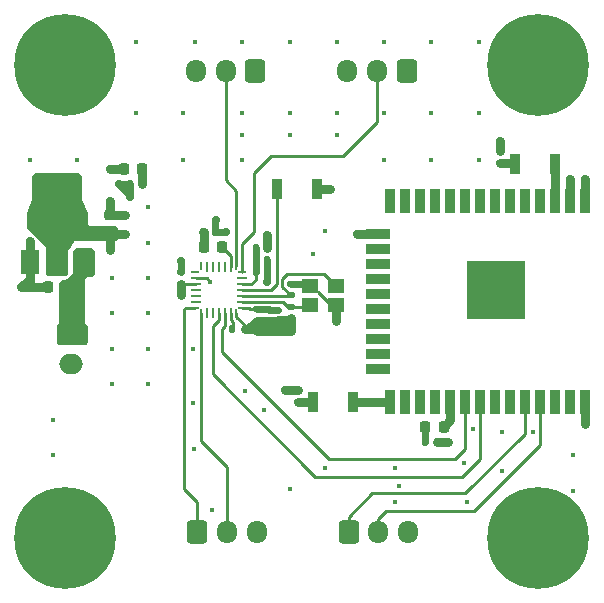
<source format=gbr>
%TF.GenerationSoftware,KiCad,Pcbnew,(6.0.7)*%
%TF.CreationDate,2023-02-10T17:06:25+01:00*%
%TF.ProjectId,STM32L0_ESP32_Breakout_Board,53544d33-324c-4305-9f45-535033325f42,rev?*%
%TF.SameCoordinates,Original*%
%TF.FileFunction,Copper,L1,Top*%
%TF.FilePolarity,Positive*%
%FSLAX46Y46*%
G04 Gerber Fmt 4.6, Leading zero omitted, Abs format (unit mm)*
G04 Created by KiCad (PCBNEW (6.0.7)) date 2023-02-10 17:06:25*
%MOMM*%
%LPD*%
G01*
G04 APERTURE LIST*
G04 Aperture macros list*
%AMRoundRect*
0 Rectangle with rounded corners*
0 $1 Rounding radius*
0 $2 $3 $4 $5 $6 $7 $8 $9 X,Y pos of 4 corners*
0 Add a 4 corners polygon primitive as box body*
4,1,4,$2,$3,$4,$5,$6,$7,$8,$9,$2,$3,0*
0 Add four circle primitives for the rounded corners*
1,1,$1+$1,$2,$3*
1,1,$1+$1,$4,$5*
1,1,$1+$1,$6,$7*
1,1,$1+$1,$8,$9*
0 Add four rect primitives between the rounded corners*
20,1,$1+$1,$2,$3,$4,$5,0*
20,1,$1+$1,$4,$5,$6,$7,0*
20,1,$1+$1,$6,$7,$8,$9,0*
20,1,$1+$1,$8,$9,$2,$3,0*%
%AMFreePoly0*
4,1,14,0.230680,0.111820,0.364320,-0.021821,0.377500,-0.053642,0.377500,-0.080000,0.364320,-0.111820,0.332500,-0.125000,-0.332500,-0.125000,-0.364320,-0.111820,-0.377500,-0.080000,-0.377500,0.080000,-0.364320,0.111820,-0.332500,0.125000,0.198860,0.125000,0.230680,0.111820,0.230680,0.111820,$1*%
%AMFreePoly1*
4,1,14,0.364320,0.111820,0.377500,0.080000,0.377501,0.053640,0.364318,0.021819,0.230680,-0.111820,0.198860,-0.125000,-0.332500,-0.125000,-0.364320,-0.111820,-0.377500,-0.080000,-0.377500,0.080000,-0.364320,0.111820,-0.332500,0.125000,0.332500,0.125000,0.364320,0.111820,0.364320,0.111820,$1*%
%AMFreePoly2*
4,1,15,0.053642,0.377500,0.080000,0.377500,0.111820,0.364320,0.125000,0.332500,0.125000,-0.332500,0.111820,-0.364320,0.080000,-0.377500,-0.080000,-0.377500,-0.111820,-0.364320,-0.125000,-0.332500,-0.125000,0.198860,-0.111820,0.230680,0.021820,0.364320,0.053640,0.377501,0.053642,0.377500,0.053642,0.377500,$1*%
%AMFreePoly3*
4,1,14,-0.021820,0.364320,0.111820,0.230679,0.125000,0.198858,0.125000,-0.332500,0.111820,-0.364320,0.080000,-0.377500,-0.080000,-0.377500,-0.111820,-0.364320,-0.125000,-0.332500,-0.125000,0.332500,-0.111820,0.364320,-0.080000,0.377500,-0.053640,0.377500,-0.021820,0.364320,-0.021820,0.364320,$1*%
%AMFreePoly4*
4,1,14,0.364320,0.111820,0.377500,0.080000,0.377500,-0.080000,0.364320,-0.111820,0.332500,-0.125000,-0.198860,-0.125001,-0.230681,-0.111818,-0.364320,0.021820,-0.377500,0.053640,-0.377500,0.080000,-0.364320,0.111820,-0.332500,0.125000,0.332500,0.125000,0.364320,0.111820,0.364320,0.111820,$1*%
%AMFreePoly5*
4,1,15,-0.198858,0.125000,0.332500,0.125000,0.364320,0.111820,0.377500,0.080000,0.377500,-0.080000,0.364320,-0.111820,0.332500,-0.125000,-0.332500,-0.125000,-0.364320,-0.111820,-0.377500,-0.080000,-0.377500,-0.053640,-0.364320,-0.021820,-0.230680,0.111820,-0.198860,0.125001,-0.198858,0.125000,-0.198858,0.125000,$1*%
%AMFreePoly6*
4,1,14,0.111820,0.364320,0.125000,0.332500,0.125001,-0.198860,0.111818,-0.230681,-0.021820,-0.364320,-0.053640,-0.377500,-0.080000,-0.377500,-0.111820,-0.364320,-0.125000,-0.332500,-0.125000,0.332500,-0.111820,0.364320,-0.080000,0.377500,0.080000,0.377500,0.111820,0.364320,0.111820,0.364320,$1*%
%AMFreePoly7*
4,1,14,0.111820,0.364320,0.125000,0.332500,0.125000,-0.332500,0.111820,-0.364320,0.080000,-0.377500,0.053640,-0.377501,0.021819,-0.364318,-0.111820,-0.230680,-0.125000,-0.198860,-0.125000,0.332500,-0.111820,0.364320,-0.080000,0.377500,0.080000,0.377500,0.111820,0.364320,0.111820,0.364320,$1*%
G04 Aperture macros list end*
%TA.AperFunction,SMDPad,CuDef*%
%ADD10RoundRect,0.140000X0.170000X-0.140000X0.170000X0.140000X-0.170000X0.140000X-0.170000X-0.140000X0*%
%TD*%
%TA.AperFunction,SMDPad,CuDef*%
%ADD11RoundRect,0.135000X0.135000X0.185000X-0.135000X0.185000X-0.135000X-0.185000X0.135000X-0.185000X0*%
%TD*%
%TA.AperFunction,SMDPad,CuDef*%
%ADD12R,1.500000X2.000000*%
%TD*%
%TA.AperFunction,SMDPad,CuDef*%
%ADD13R,3.800000X2.000000*%
%TD*%
%TA.AperFunction,SMDPad,CuDef*%
%ADD14RoundRect,0.135000X-0.135000X-0.185000X0.135000X-0.185000X0.135000X0.185000X-0.135000X0.185000X0*%
%TD*%
%TA.AperFunction,SMDPad,CuDef*%
%ADD15RoundRect,0.140000X-0.170000X0.140000X-0.170000X-0.140000X0.170000X-0.140000X0.170000X0.140000X0*%
%TD*%
%TA.AperFunction,ComponentPad*%
%ADD16C,0.900000*%
%TD*%
%TA.AperFunction,ComponentPad*%
%ADD17C,8.600000*%
%TD*%
%TA.AperFunction,SMDPad,CuDef*%
%ADD18FreePoly0,180.000000*%
%TD*%
%TA.AperFunction,SMDPad,CuDef*%
%ADD19RoundRect,0.062500X0.375000X0.062500X-0.375000X0.062500X-0.375000X-0.062500X0.375000X-0.062500X0*%
%TD*%
%TA.AperFunction,SMDPad,CuDef*%
%ADD20FreePoly1,180.000000*%
%TD*%
%TA.AperFunction,SMDPad,CuDef*%
%ADD21FreePoly2,180.000000*%
%TD*%
%TA.AperFunction,SMDPad,CuDef*%
%ADD22RoundRect,0.062500X0.062500X0.375000X-0.062500X0.375000X-0.062500X-0.375000X0.062500X-0.375000X0*%
%TD*%
%TA.AperFunction,SMDPad,CuDef*%
%ADD23FreePoly3,180.000000*%
%TD*%
%TA.AperFunction,SMDPad,CuDef*%
%ADD24FreePoly4,180.000000*%
%TD*%
%TA.AperFunction,SMDPad,CuDef*%
%ADD25FreePoly5,180.000000*%
%TD*%
%TA.AperFunction,SMDPad,CuDef*%
%ADD26FreePoly6,180.000000*%
%TD*%
%TA.AperFunction,SMDPad,CuDef*%
%ADD27FreePoly7,180.000000*%
%TD*%
%TA.AperFunction,SMDPad,CuDef*%
%ADD28RoundRect,0.218750X-0.218750X-0.256250X0.218750X-0.256250X0.218750X0.256250X-0.218750X0.256250X0*%
%TD*%
%TA.AperFunction,ComponentPad*%
%ADD29RoundRect,0.250000X0.600000X0.725000X-0.600000X0.725000X-0.600000X-0.725000X0.600000X-0.725000X0*%
%TD*%
%TA.AperFunction,ComponentPad*%
%ADD30O,1.700000X1.950000*%
%TD*%
%TA.AperFunction,SMDPad,CuDef*%
%ADD31R,1.400000X1.150000*%
%TD*%
%TA.AperFunction,SMDPad,CuDef*%
%ADD32RoundRect,0.135000X0.185000X-0.135000X0.185000X0.135000X-0.185000X0.135000X-0.185000X-0.135000X0*%
%TD*%
%TA.AperFunction,SMDPad,CuDef*%
%ADD33R,0.900000X2.000000*%
%TD*%
%TA.AperFunction,SMDPad,CuDef*%
%ADD34R,2.000000X0.900000*%
%TD*%
%TA.AperFunction,SMDPad,CuDef*%
%ADD35R,5.000000X5.000000*%
%TD*%
%TA.AperFunction,SMDPad,CuDef*%
%ADD36R,0.900000X1.700000*%
%TD*%
%TA.AperFunction,SMDPad,CuDef*%
%ADD37RoundRect,0.140000X-0.140000X-0.170000X0.140000X-0.170000X0.140000X0.170000X-0.140000X0.170000X0*%
%TD*%
%TA.AperFunction,SMDPad,CuDef*%
%ADD38RoundRect,0.225000X0.250000X-0.225000X0.250000X0.225000X-0.250000X0.225000X-0.250000X-0.225000X0*%
%TD*%
%TA.AperFunction,SMDPad,CuDef*%
%ADD39RoundRect,0.147500X-0.147500X-0.172500X0.147500X-0.172500X0.147500X0.172500X-0.147500X0.172500X0*%
%TD*%
%TA.AperFunction,ComponentPad*%
%ADD40RoundRect,0.250000X-0.750000X0.600000X-0.750000X-0.600000X0.750000X-0.600000X0.750000X0.600000X0*%
%TD*%
%TA.AperFunction,ComponentPad*%
%ADD41O,2.000000X1.700000*%
%TD*%
%TA.AperFunction,SMDPad,CuDef*%
%ADD42RoundRect,0.225000X0.225000X0.250000X-0.225000X0.250000X-0.225000X-0.250000X0.225000X-0.250000X0*%
%TD*%
%TA.AperFunction,SMDPad,CuDef*%
%ADD43RoundRect,0.218750X0.218750X0.256250X-0.218750X0.256250X-0.218750X-0.256250X0.218750X-0.256250X0*%
%TD*%
%TA.AperFunction,ComponentPad*%
%ADD44RoundRect,0.250000X-0.600000X-0.725000X0.600000X-0.725000X0.600000X0.725000X-0.600000X0.725000X0*%
%TD*%
%TA.AperFunction,ViaPad*%
%ADD45C,0.450000*%
%TD*%
%TA.AperFunction,ViaPad*%
%ADD46C,0.700000*%
%TD*%
%TA.AperFunction,Conductor*%
%ADD47C,0.800000*%
%TD*%
%TA.AperFunction,Conductor*%
%ADD48C,0.250000*%
%TD*%
%TA.AperFunction,Conductor*%
%ADD49C,0.560000*%
%TD*%
G04 APERTURE END LIST*
D10*
%TO.P,C8,1*%
%TO.N,HSE_OUT*%
X134100000Y-98480000D03*
%TO.P,C8,2*%
%TO.N,GND*%
X134100000Y-97520000D03*
%TD*%
D11*
%TO.P,R1,1*%
%TO.N,Net-(D1-Pad1)*%
X121502500Y-89060000D03*
%TO.P,R1,2*%
%TO.N,GND*%
X120482500Y-89060000D03*
%TD*%
D12*
%TO.P,U1,1,GND*%
%TO.N,GND*%
X112000000Y-95650000D03*
D13*
%TO.P,U1,2,VO*%
%TO.N,+3.3V*%
X114300000Y-89350000D03*
D12*
X114300000Y-95650000D03*
%TO.P,U1,3,VI*%
%TO.N,VCC*%
X116600000Y-95650000D03*
%TD*%
D14*
%TO.P,R2,1*%
%TO.N,BOOT0*%
X129165000Y-101300000D03*
%TO.P,R2,2*%
%TO.N,GND*%
X130185000Y-101300000D03*
%TD*%
D15*
%TO.P,C3,1*%
%TO.N,+3.3V*%
X132200000Y-99645000D03*
%TO.P,C3,2*%
%TO.N,GND*%
X132200000Y-100605000D03*
%TD*%
D16*
%TO.P,H4,1,1*%
%TO.N,GND*%
X117280419Y-116719581D03*
X115000000Y-115775000D03*
X111775000Y-119000000D03*
X112719581Y-116719581D03*
X118225000Y-119000000D03*
X115000000Y-122225000D03*
X112719581Y-121280419D03*
X117280419Y-121280419D03*
D17*
X115000000Y-119000000D03*
%TD*%
D18*
%TO.P,U2,1,VDD*%
%TO.N,+3.3V*%
X129997500Y-99500000D03*
D19*
%TO.P,U2,2,PC14*%
%TO.N,HSE_IN*%
X129937500Y-99000000D03*
%TO.P,U2,3,PC15*%
%TO.N,HSE_OUT*%
X129937500Y-98500000D03*
%TO.P,U2,4,NRST*%
%TO.N,NRST*%
X129937500Y-98000000D03*
%TO.P,U2,5,VDDA*%
%TO.N,+3.3VA*%
X129937500Y-97500000D03*
%TO.P,U2,6,PA0*%
%TO.N,unconnected-(U2-Pad6)*%
X129937500Y-97000000D03*
D20*
%TO.P,U2,7,PA1*%
%TO.N,ADC*%
X129997500Y-96500000D03*
D21*
%TO.P,U2,8,PA2*%
%TO.N,PWM*%
X129500000Y-96002500D03*
D22*
%TO.P,U2,9,PA3*%
%TO.N,STM_USR_LED*%
X129000000Y-96062500D03*
%TO.P,U2,10,PA4*%
%TO.N,unconnected-(U2-Pad10)*%
X128500000Y-96062500D03*
%TO.P,U2,11,PA5*%
%TO.N,unconnected-(U2-Pad11)*%
X128000000Y-96062500D03*
%TO.P,U2,12,PA6*%
%TO.N,unconnected-(U2-Pad12)*%
X127500000Y-96062500D03*
%TO.P,U2,13,PA7*%
%TO.N,unconnected-(U2-Pad13)*%
X127000000Y-96062500D03*
D23*
%TO.P,U2,14,PB0*%
%TO.N,unconnected-(U2-Pad14)*%
X126500000Y-96002500D03*
D24*
%TO.P,U2,15,PB1*%
%TO.N,unconnected-(U2-Pad15)*%
X126002500Y-96500000D03*
D19*
%TO.P,U2,16,VSS*%
%TO.N,GND*%
X126062500Y-97000000D03*
%TO.P,U2,17,VDD*%
%TO.N,+3.3V*%
X126062500Y-97500000D03*
%TO.P,U2,18,PA8*%
%TO.N,unconnected-(U2-Pad18)*%
X126062500Y-98000000D03*
%TO.P,U2,19,PA9*%
%TO.N,unconnected-(U2-Pad19)*%
X126062500Y-98500000D03*
%TO.P,U2,20,PA10*%
%TO.N,unconnected-(U2-Pad20)*%
X126062500Y-99000000D03*
D25*
%TO.P,U2,21,PA13*%
%TO.N,SWDIO*%
X126002500Y-99500000D03*
D26*
%TO.P,U2,22,PA14*%
%TO.N,SWDCLK*%
X126500000Y-99997500D03*
D22*
%TO.P,U2,23,PA15*%
%TO.N,unconnected-(U2-Pad23)*%
X127000000Y-99937500D03*
%TO.P,U2,24,PB3*%
%TO.N,unconnected-(U2-Pad24)*%
X127500000Y-99937500D03*
%TO.P,U2,25,PB6*%
%TO.N,UART_TX*%
X128000000Y-99937500D03*
%TO.P,U2,26,PB7*%
%TO.N,UART_RX*%
X128500000Y-99937500D03*
%TO.P,U2,27,BOOT0*%
%TO.N,BOOT0*%
X129000000Y-99937500D03*
D27*
%TO.P,U2,28,VSS*%
%TO.N,GND*%
X129500000Y-99997500D03*
%TD*%
D28*
%TO.P,D2,1,K*%
%TO.N,Net-(D2-Pad1)*%
X126712500Y-94400000D03*
%TO.P,D2,2,A*%
%TO.N,STM_USR_LED*%
X128287500Y-94400000D03*
%TD*%
%TO.P,D3,1,K*%
%TO.N,Net-(D3-Pad1)*%
X145457500Y-109600000D03*
%TO.P,D3,2,A*%
%TO.N,ESP_USR_LED*%
X147032500Y-109600000D03*
%TD*%
D29*
%TO.P,J3,1,Pin_1*%
%TO.N,+3.3V*%
X131100000Y-79450000D03*
D30*
%TO.P,J3,2,Pin_2*%
%TO.N,PWM*%
X128600000Y-79450000D03*
%TO.P,J3,3,Pin_3*%
%TO.N,GND*%
X126100000Y-79450000D03*
%TD*%
D31*
%TO.P,X1,1,1*%
%TO.N,HSE_IN*%
X135700000Y-99300000D03*
%TO.P,X1,2,2*%
%TO.N,GND*%
X137900000Y-99300000D03*
%TO.P,X1,3,3*%
%TO.N,HSE_OUT*%
X137900000Y-97700000D03*
%TO.P,X1,4,4*%
%TO.N,GND*%
X135700000Y-97700000D03*
%TD*%
D32*
%TO.P,R3,1*%
%TO.N,Net-(R3-Pad1)*%
X134675000Y-107510000D03*
%TO.P,R3,2*%
%TO.N,GND*%
X134675000Y-106490000D03*
%TD*%
D33*
%TO.P,U3,1,GND*%
%TO.N,GND*%
X159005000Y-90500000D03*
%TO.P,U3,2,VDD*%
%TO.N,+3.3V*%
X157735000Y-90500000D03*
%TO.P,U3,3,EN*%
%TO.N,EN*%
X156465000Y-90500000D03*
%TO.P,U3,4,SENSOR_VP*%
%TO.N,unconnected-(U3-Pad4)*%
X155195000Y-90500000D03*
%TO.P,U3,5,SENSOR_VN*%
%TO.N,unconnected-(U3-Pad5)*%
X153925000Y-90500000D03*
%TO.P,U3,6,IO34*%
%TO.N,unconnected-(U3-Pad6)*%
X152655000Y-90500000D03*
%TO.P,U3,7,IO35*%
%TO.N,unconnected-(U3-Pad7)*%
X151385000Y-90500000D03*
%TO.P,U3,8,IO32*%
%TO.N,unconnected-(U3-Pad8)*%
X150115000Y-90500000D03*
%TO.P,U3,9,IO33*%
%TO.N,unconnected-(U3-Pad9)*%
X148845000Y-90500000D03*
%TO.P,U3,10,IO25*%
%TO.N,unconnected-(U3-Pad10)*%
X147575000Y-90500000D03*
%TO.P,U3,11,IO26*%
%TO.N,unconnected-(U3-Pad11)*%
X146305000Y-90500000D03*
%TO.P,U3,12,IO27*%
%TO.N,unconnected-(U3-Pad12)*%
X145035000Y-90500000D03*
%TO.P,U3,13,IO14*%
%TO.N,unconnected-(U3-Pad13)*%
X143765000Y-90500000D03*
%TO.P,U3,14,IO12*%
%TO.N,unconnected-(U3-Pad14)*%
X142495000Y-90500000D03*
D34*
%TO.P,U3,15,GND*%
%TO.N,GND*%
X141495000Y-93285000D03*
%TO.P,U3,16,IO13*%
%TO.N,unconnected-(U3-Pad16)*%
X141495000Y-94555000D03*
%TO.P,U3,17,SHD/SD2*%
%TO.N,unconnected-(U3-Pad17)*%
X141495000Y-95825000D03*
%TO.P,U3,18,SWP/SD3*%
%TO.N,unconnected-(U3-Pad18)*%
X141495000Y-97095000D03*
%TO.P,U3,19,SCS/CMD*%
%TO.N,unconnected-(U3-Pad19)*%
X141495000Y-98365000D03*
%TO.P,U3,20,SCK/CLK*%
%TO.N,unconnected-(U3-Pad20)*%
X141495000Y-99635000D03*
%TO.P,U3,21,SDO/SD0*%
%TO.N,unconnected-(U3-Pad21)*%
X141495000Y-100905000D03*
%TO.P,U3,22,SDI/SD1*%
%TO.N,unconnected-(U3-Pad22)*%
X141495000Y-102175000D03*
%TO.P,U3,23,IO15*%
%TO.N,unconnected-(U3-Pad23)*%
X141495000Y-103445000D03*
%TO.P,U3,24,IO2*%
%TO.N,unconnected-(U3-Pad24)*%
X141495000Y-104715000D03*
D33*
%TO.P,U3,25,IO0*%
%TO.N,IO0*%
X142495000Y-107500000D03*
%TO.P,U3,26,IO4*%
%TO.N,unconnected-(U3-Pad26)*%
X143765000Y-107500000D03*
%TO.P,U3,27,IO16*%
%TO.N,unconnected-(U3-Pad27)*%
X145035000Y-107500000D03*
%TO.P,U3,28,IO17*%
%TO.N,unconnected-(U3-Pad28)*%
X146305000Y-107500000D03*
%TO.P,U3,29,IO5*%
%TO.N,ESP_USR_LED*%
X147575000Y-107500000D03*
%TO.P,U3,30,IO18*%
%TO.N,UART_RX*%
X148845000Y-107500000D03*
%TO.P,U3,31,IO19*%
%TO.N,UART_TX*%
X150115000Y-107500000D03*
%TO.P,U3,32,NC*%
%TO.N,unconnected-(U3-Pad32)*%
X151385000Y-107500000D03*
%TO.P,U3,33,IO21*%
%TO.N,unconnected-(U3-Pad33)*%
X152655000Y-107500000D03*
%TO.P,U3,34,RXD0/IO3*%
%TO.N,Prog_RX*%
X153925000Y-107500000D03*
%TO.P,U3,35,TXD0/IO1*%
%TO.N,Prog_TX*%
X155195000Y-107500000D03*
%TO.P,U3,36,IO22*%
%TO.N,unconnected-(U3-Pad36)*%
X156465000Y-107500000D03*
%TO.P,U3,37,IO23*%
%TO.N,unconnected-(U3-Pad37)*%
X157735000Y-107500000D03*
%TO.P,U3,38,GND*%
%TO.N,GND*%
X159005000Y-107500000D03*
D35*
%TO.P,U3,39,GND*%
X151505000Y-98000000D03*
%TD*%
D10*
%TO.P,C5,1*%
%TO.N,+3.3V*%
X124800000Y-97480000D03*
%TO.P,C5,2*%
%TO.N,GND*%
X124800000Y-96520000D03*
%TD*%
D14*
%TO.P,R4,1*%
%TO.N,Net-(D2-Pad1)*%
X126690000Y-93100000D03*
%TO.P,R4,2*%
%TO.N,GND*%
X127710000Y-93100000D03*
%TD*%
D36*
%TO.P,SW1,1,A*%
%TO.N,NRST*%
X132900000Y-89500000D03*
%TO.P,SW1,2,B*%
%TO.N,GND*%
X136300000Y-89500000D03*
%TD*%
D15*
%TO.P,C4,1*%
%TO.N,+3.3V*%
X131200000Y-99645000D03*
%TO.P,C4,2*%
%TO.N,GND*%
X131200000Y-100605000D03*
%TD*%
D32*
%TO.P,R5,1*%
%TO.N,Net-(R5-Pad1)*%
X151790000Y-87300000D03*
%TO.P,R5,2*%
%TO.N,GND*%
X151790000Y-86280000D03*
%TD*%
D37*
%TO.P,C7,1*%
%TO.N,+3.3VA*%
X131120000Y-95500000D03*
%TO.P,C7,2*%
%TO.N,GND*%
X132080000Y-95500000D03*
%TD*%
D14*
%TO.P,R6,1*%
%TO.N,Net-(D3-Pad1)*%
X145435000Y-110900000D03*
%TO.P,R6,2*%
%TO.N,GND*%
X146455000Y-110900000D03*
%TD*%
D38*
%TO.P,C2,1*%
%TO.N,+3.3V*%
X118800000Y-93250000D03*
%TO.P,C2,2*%
%TO.N,GND*%
X118800000Y-91700000D03*
%TD*%
D36*
%TO.P,SW2,1,A*%
%TO.N,IO0*%
X139350000Y-107500000D03*
%TO.P,SW2,2,B*%
%TO.N,Net-(R3-Pad1)*%
X135950000Y-107500000D03*
%TD*%
D29*
%TO.P,J4,1,Pin_1*%
%TO.N,+3.3V*%
X143900000Y-79450000D03*
D30*
%TO.P,J4,2,Pin_2*%
%TO.N,ADC*%
X141400000Y-79450000D03*
%TO.P,J4,3,Pin_3*%
%TO.N,GND*%
X138900000Y-79450000D03*
%TD*%
D16*
%TO.P,H1,1,1*%
%TO.N,GND*%
X118225000Y-79000000D03*
X117280419Y-76719581D03*
X115000000Y-82225000D03*
X112719581Y-81280419D03*
X115000000Y-75775000D03*
X117280419Y-81280419D03*
X112719581Y-76719581D03*
D17*
X115000000Y-79000000D03*
D16*
X111775000Y-79000000D03*
%TD*%
D39*
%TO.P,FB1,1*%
%TO.N,+3.3VA*%
X131115000Y-94500000D03*
%TO.P,FB1,2*%
%TO.N,+3.3V*%
X132085000Y-94500000D03*
%TD*%
D17*
%TO.P,H3,1,1*%
%TO.N,GND*%
X155000000Y-119000000D03*
D16*
X155000000Y-122225000D03*
X151775000Y-119000000D03*
X152719581Y-121280419D03*
X158225000Y-119000000D03*
X155000000Y-115775000D03*
X152719581Y-116719581D03*
X157280419Y-121280419D03*
X157280419Y-116719581D03*
%TD*%
%TO.P,H2,1,1*%
%TO.N,GND*%
X152719581Y-81280419D03*
X157280419Y-76719581D03*
X158225000Y-79000000D03*
X157280419Y-81280419D03*
X152719581Y-76719581D03*
X151775000Y-79000000D03*
X155000000Y-82225000D03*
D17*
X155000000Y-79000000D03*
D16*
X155000000Y-75775000D03*
%TD*%
D40*
%TO.P,J1,1,Pin_1*%
%TO.N,VCC*%
X115450000Y-101750000D03*
D41*
%TO.P,J1,2,Pin_2*%
%TO.N,GND*%
X115450000Y-104250000D03*
%TD*%
D15*
%TO.P,C9,1*%
%TO.N,HSE_IN*%
X134100000Y-99420000D03*
%TO.P,C9,2*%
%TO.N,GND*%
X134100000Y-100380000D03*
%TD*%
D42*
%TO.P,C1,1*%
%TO.N,VCC*%
X115075000Y-97800000D03*
%TO.P,C1,2*%
%TO.N,GND*%
X113525000Y-97800000D03*
%TD*%
D36*
%TO.P,SW3,1,A*%
%TO.N,EN*%
X156470000Y-87340000D03*
%TO.P,SW3,2,B*%
%TO.N,Net-(R5-Pad1)*%
X153070000Y-87340000D03*
%TD*%
D43*
%TO.P,D1,1,K*%
%TO.N,Net-(D1-Pad1)*%
X121530000Y-87735000D03*
%TO.P,D1,2,A*%
%TO.N,+3.3V*%
X119955000Y-87735000D03*
%TD*%
D44*
%TO.P,J5,1,Pin_1*%
%TO.N,Prog_RX*%
X139000000Y-118500000D03*
D30*
%TO.P,J5,2,Pin_2*%
%TO.N,Prog_TX*%
X141500000Y-118500000D03*
%TO.P,J5,3,Pin_3*%
%TO.N,GND*%
X144000000Y-118500000D03*
%TD*%
D44*
%TO.P,J2,1,Pin_1*%
%TO.N,SWDIO*%
X126200000Y-118500000D03*
D30*
%TO.P,J2,2,Pin_2*%
%TO.N,SWDCLK*%
X128700000Y-118500000D03*
%TO.P,J2,3,Pin_3*%
%TO.N,GND*%
X131200000Y-118500000D03*
%TD*%
D37*
%TO.P,C6,1*%
%TO.N,+3.3VA*%
X131120000Y-96500000D03*
%TO.P,C6,2*%
%TO.N,GND*%
X132080000Y-96500000D03*
%TD*%
D45*
%TO.N,GND*%
X122000000Y-91000000D03*
X149500000Y-96000000D03*
X125800000Y-107600000D03*
X127400000Y-116600000D03*
X136000000Y-95000000D03*
X153500000Y-100000000D03*
X122000000Y-100000000D03*
X137000000Y-93000000D03*
X146000000Y-77000000D03*
X119000000Y-100000000D03*
D46*
X159000000Y-109400000D03*
D45*
X137000000Y-113100000D03*
X126000000Y-77000000D03*
X142000000Y-87000000D03*
X122000000Y-94000000D03*
D46*
X137960000Y-100680000D03*
D45*
X138000000Y-77000000D03*
X130200000Y-106600000D03*
D46*
X120100000Y-91700000D03*
X151800000Y-85370000D03*
D45*
X142000000Y-77000000D03*
X125000000Y-83000000D03*
X142000000Y-83000000D03*
X116000000Y-87000000D03*
X151500000Y-98000000D03*
X119000000Y-97000000D03*
D46*
X119517500Y-89035000D03*
D45*
X149000000Y-116000000D03*
X152000000Y-110000000D03*
D46*
X128600000Y-93100000D03*
D45*
X153500000Y-96000000D03*
D46*
X112200000Y-97800000D03*
D45*
X138000000Y-83000000D03*
X121000000Y-83000000D03*
X148800000Y-112700000D03*
D46*
X132200000Y-101475000D03*
D45*
X122000000Y-103000000D03*
X119000000Y-103000000D03*
D46*
X147400000Y-110900000D03*
D45*
X114000000Y-109000000D03*
D46*
X133125000Y-100575000D03*
D45*
X112000000Y-87000000D03*
D46*
X131225000Y-101475000D03*
D45*
X121000000Y-77000000D03*
D46*
X118800000Y-90500000D03*
X111300000Y-97800000D03*
D45*
X122000000Y-106000000D03*
X146000000Y-83000000D03*
X125000000Y-87000000D03*
X149500000Y-98000000D03*
D46*
X133600000Y-106500000D03*
X120517500Y-90135000D03*
D45*
X158000000Y-112000000D03*
X131800000Y-108200000D03*
X150000000Y-83000000D03*
X134000000Y-83000000D03*
D46*
X134100000Y-101475000D03*
D45*
X150000000Y-87000000D03*
X151500000Y-96000000D03*
X130000000Y-87000000D03*
X130000000Y-83000000D03*
D46*
X112000000Y-93900000D03*
D45*
X130000000Y-84900000D03*
X154600000Y-110000000D03*
X146000000Y-87000000D03*
D46*
X159000000Y-88600000D03*
D45*
X142900000Y-113100000D03*
D46*
X133125000Y-101475000D03*
D45*
X134000000Y-114900000D03*
X142900000Y-116000000D03*
X138000000Y-84900000D03*
X151500000Y-100000000D03*
X134000000Y-77000000D03*
X125900000Y-111500000D03*
X127300000Y-97300000D03*
X122000000Y-97000000D03*
X114000000Y-112000000D03*
X130000000Y-77000000D03*
X134000000Y-84900000D03*
X153500000Y-98000000D03*
X149500000Y-109800000D03*
X143300000Y-114600000D03*
D46*
X132073056Y-97325500D03*
X139700000Y-93300000D03*
D45*
X158000000Y-115000000D03*
D46*
X127800000Y-92100000D03*
D45*
X119000000Y-106000000D03*
X152000000Y-113300000D03*
X125800000Y-103000000D03*
D46*
X137400000Y-89500000D03*
D45*
X150000000Y-77000000D03*
D46*
X124800000Y-95600000D03*
D45*
X149500000Y-100000000D03*
D46*
%TO.N,+3.3V*%
X112400000Y-91500000D03*
X120100000Y-93250000D03*
X114300000Y-93950000D03*
X118800000Y-94600000D03*
X116200000Y-91500000D03*
X124800000Y-98400000D03*
X132100000Y-93400000D03*
X157750000Y-88600000D03*
D45*
X133005000Y-99700000D03*
D46*
X118817500Y-87735000D03*
%TD*%
D47*
%TO.N,GND*%
X159005000Y-90500000D02*
X159005000Y-88605000D01*
D48*
X129500000Y-99997500D02*
X129500000Y-100300000D01*
D47*
X146455000Y-110900000D02*
X147400000Y-110900000D01*
D48*
X130185000Y-100985000D02*
X130185000Y-101300000D01*
D47*
X136300000Y-89500000D02*
X137400000Y-89500000D01*
X132200000Y-100605000D02*
X133095000Y-100605000D01*
X131200000Y-100605000D02*
X132200000Y-100605000D01*
D49*
X124800000Y-96520000D02*
X124800000Y-95600000D01*
D48*
X126062500Y-97000000D02*
X127000000Y-97000000D01*
X127000000Y-97000000D02*
X127300000Y-97300000D01*
D47*
X131225000Y-101475000D02*
X131225000Y-100630000D01*
X133125000Y-100575000D02*
X133905000Y-100575000D01*
X134675000Y-106490000D02*
X133610000Y-106490000D01*
X112000000Y-95650000D02*
X112000000Y-93900000D01*
D49*
X120482500Y-89060000D02*
X120482500Y-90100000D01*
X127710000Y-93100000D02*
X127710000Y-92190000D01*
X127710000Y-93100000D02*
X128600000Y-93100000D01*
D47*
X112000000Y-97600000D02*
X112200000Y-97800000D01*
X132200000Y-101475000D02*
X133125000Y-101475000D01*
X133125000Y-100575000D02*
X133125000Y-101475000D01*
X130505000Y-101300000D02*
X131200000Y-100605000D01*
X133125000Y-101475000D02*
X134100000Y-101475000D01*
X131225000Y-100630000D02*
X131200000Y-100605000D01*
D49*
X135520000Y-97520000D02*
X135700000Y-97700000D01*
D47*
X151790000Y-86280000D02*
X151790000Y-85380000D01*
X131225000Y-101475000D02*
X132200000Y-101475000D01*
X133100000Y-100575000D02*
X132200000Y-101475000D01*
X141495000Y-93285000D02*
X139715000Y-93285000D01*
D48*
X137525000Y-99300000D02*
X136400000Y-98175000D01*
D47*
X159005000Y-109395000D02*
X159000000Y-109400000D01*
D49*
X120457500Y-89035000D02*
X120482500Y-89060000D01*
D47*
X133095000Y-100605000D02*
X133125000Y-100575000D01*
X113525000Y-97800000D02*
X112200000Y-97800000D01*
X112000000Y-95650000D02*
X112000000Y-97600000D01*
X134100000Y-100380000D02*
X134100000Y-101475000D01*
X137960000Y-100680000D02*
X137960000Y-99360000D01*
X132200000Y-101475000D02*
X132200000Y-100605000D01*
X159005000Y-88605000D02*
X159000000Y-88600000D01*
X132200000Y-100605000D02*
X132095000Y-100605000D01*
X112000000Y-95650000D02*
X112000000Y-97100000D01*
X130185000Y-101300000D02*
X130505000Y-101300000D01*
D48*
X137900000Y-99300000D02*
X137525000Y-99300000D01*
D47*
X133905000Y-100575000D02*
X134100000Y-100380000D01*
X118800000Y-91700000D02*
X118800000Y-90500000D01*
D49*
X119517500Y-89035000D02*
X120457500Y-89035000D01*
X132080000Y-96500000D02*
X132080000Y-97318556D01*
X134100000Y-97520000D02*
X135520000Y-97520000D01*
D47*
X133125000Y-100575000D02*
X133200000Y-100575000D01*
X112200000Y-97800000D02*
X111300000Y-97800000D01*
X132095000Y-100605000D02*
X131225000Y-101475000D01*
D49*
X132080000Y-97318556D02*
X132073056Y-97325500D01*
X127710000Y-92190000D02*
X127800000Y-92100000D01*
D47*
X159005000Y-107500000D02*
X159005000Y-109395000D01*
X118800000Y-91700000D02*
X120100000Y-91700000D01*
X133125000Y-100575000D02*
X133100000Y-100575000D01*
D49*
X120482500Y-90100000D02*
X120517500Y-90135000D01*
X120517500Y-90135000D02*
X120517500Y-90035000D01*
D47*
X137960000Y-99360000D02*
X137900000Y-99300000D01*
D49*
X132080000Y-95500000D02*
X132080000Y-96500000D01*
D47*
X139715000Y-93285000D02*
X139700000Y-93300000D01*
D48*
X129500000Y-100300000D02*
X130185000Y-100985000D01*
D47*
X151790000Y-85380000D02*
X151800000Y-85370000D01*
X112000000Y-97100000D02*
X111300000Y-97800000D01*
X131050000Y-101300000D02*
X131225000Y-101475000D01*
X130185000Y-101300000D02*
X131050000Y-101300000D01*
X133610000Y-106490000D02*
X133600000Y-106500000D01*
D49*
X120517500Y-90035000D02*
X119517500Y-89035000D01*
D47*
X133200000Y-100575000D02*
X134100000Y-101475000D01*
%TO.N,+3.3V*%
X132085000Y-93415000D02*
X132100000Y-93400000D01*
D49*
X132255000Y-99700000D02*
X133005000Y-99700000D01*
D47*
X157735000Y-90500000D02*
X157735000Y-88615000D01*
D48*
X130675000Y-99650000D02*
X131195000Y-99650000D01*
D49*
X132200000Y-99645000D02*
X132255000Y-99700000D01*
D48*
X131195000Y-99650000D02*
X131200000Y-99645000D01*
X126062500Y-97500000D02*
X124820000Y-97500000D01*
X130525000Y-99500000D02*
X130675000Y-99650000D01*
D47*
X118800000Y-93250000D02*
X120100000Y-93250000D01*
X118800000Y-93250000D02*
X118800000Y-94600000D01*
D48*
X124820000Y-97500000D02*
X124800000Y-97480000D01*
D47*
X157735000Y-88615000D02*
X157750000Y-88600000D01*
D49*
X132200000Y-99645000D02*
X131200000Y-99645000D01*
D47*
X124800000Y-98400000D02*
X124800000Y-97480000D01*
D48*
X129997500Y-99500000D02*
X130525000Y-99500000D01*
D47*
X132085000Y-94500000D02*
X132085000Y-93415000D01*
X119955000Y-87735000D02*
X118817500Y-87735000D01*
D48*
%TO.N,HSE_OUT*%
X133750000Y-96675000D02*
X133375000Y-97050000D01*
X137900000Y-97700000D02*
X136875000Y-96675000D01*
X134080000Y-98500000D02*
X134100000Y-98480000D01*
X136875000Y-96675000D02*
X133750000Y-96675000D01*
X133375000Y-97762609D02*
X134092391Y-98480000D01*
X133375000Y-97050000D02*
X133375000Y-97762609D01*
X129937500Y-98500000D02*
X134080000Y-98500000D01*
X134092391Y-98480000D02*
X134100000Y-98480000D01*
%TO.N,HSE_IN*%
X133870000Y-99420000D02*
X133450000Y-99000000D01*
X135580000Y-99420000D02*
X135700000Y-99300000D01*
X133450000Y-99000000D02*
X129937500Y-99000000D01*
X134100000Y-99420000D02*
X135580000Y-99420000D01*
X134100000Y-99420000D02*
X133870000Y-99420000D01*
D47*
%TO.N,Net-(D1-Pad1)*%
X121530000Y-89032500D02*
X121502500Y-89060000D01*
X121530000Y-87735000D02*
X121530000Y-89032500D01*
%TO.N,Net-(D2-Pad1)*%
X126712500Y-93122500D02*
X126690000Y-93100000D01*
X126712500Y-94400000D02*
X126712500Y-93122500D01*
D48*
%TO.N,STM_USR_LED*%
X129000000Y-96062500D02*
X129000000Y-95112500D01*
X129000000Y-95112500D02*
X128287500Y-94400000D01*
D49*
%TO.N,Net-(D3-Pad1)*%
X145435000Y-109622500D02*
X145457500Y-109600000D01*
X145435000Y-110900000D02*
X145435000Y-109622500D01*
D47*
%TO.N,ESP_USR_LED*%
X147575000Y-107500000D02*
X147575000Y-109057500D01*
X147575000Y-109057500D02*
X147032500Y-109600000D01*
D48*
%TO.N,SWDIO*%
X125075000Y-114875000D02*
X126200000Y-116000000D01*
X126002500Y-99500000D02*
X125200000Y-99500000D01*
X125200000Y-99500000D02*
X125075000Y-99625000D01*
X125075000Y-99625000D02*
X125075000Y-114875000D01*
X126200000Y-116000000D02*
X126200000Y-118500000D01*
%TO.N,SWDCLK*%
X128700000Y-113000000D02*
X128700000Y-118500000D01*
X126500000Y-99997500D02*
X126500000Y-110800000D01*
X126500000Y-110800000D02*
X128700000Y-113000000D01*
%TO.N,ADC*%
X141400000Y-83800000D02*
X141400000Y-79450000D01*
X131000000Y-88100000D02*
X132400000Y-86700000D01*
X131000000Y-93100000D02*
X131000000Y-88100000D01*
X129997500Y-94102500D02*
X131000000Y-93100000D01*
X138500000Y-86700000D02*
X141400000Y-83800000D01*
X132400000Y-86700000D02*
X138500000Y-86700000D01*
X129997500Y-96500000D02*
X129997500Y-94102500D01*
%TO.N,PWM*%
X129500000Y-96002500D02*
X129500000Y-89600000D01*
X128600000Y-88700000D02*
X128600000Y-79450000D01*
X129500000Y-89600000D02*
X128600000Y-88700000D01*
%TO.N,Prog_TX*%
X155195000Y-111105000D02*
X149600000Y-116700000D01*
X155195000Y-107500000D02*
X155195000Y-111105000D01*
X141500000Y-117400000D02*
X141500000Y-118500000D01*
X149600000Y-116700000D02*
X142200000Y-116700000D01*
X142200000Y-116700000D02*
X141500000Y-117400000D01*
%TO.N,Prog_RX*%
X153925000Y-110175000D02*
X148875000Y-115225000D01*
X153925000Y-107500000D02*
X153925000Y-110175000D01*
X140975000Y-115225000D02*
X139000000Y-117200000D01*
X139000000Y-117200000D02*
X139000000Y-118500000D01*
X148875000Y-115225000D02*
X140975000Y-115225000D01*
%TO.N,BOOT0*%
X129000000Y-100575000D02*
X129175000Y-100750000D01*
X129175000Y-100750000D02*
X129175000Y-101290000D01*
X129000000Y-99937500D02*
X129000000Y-100575000D01*
X129175000Y-101290000D02*
X129165000Y-101300000D01*
D47*
%TO.N,Net-(R3-Pad1)*%
X134675000Y-107510000D02*
X135940000Y-107510000D01*
X135940000Y-107510000D02*
X135950000Y-107500000D01*
%TO.N,Net-(R5-Pad1)*%
X151790000Y-87300000D02*
X153060000Y-87300000D01*
X153060000Y-87300000D02*
X153100000Y-87340000D01*
D48*
%TO.N,NRST*%
X132900000Y-97500000D02*
X132900000Y-89500000D01*
X129937500Y-98000000D02*
X132400000Y-98000000D01*
X132400000Y-98000000D02*
X132900000Y-97500000D01*
D47*
%TO.N,IO0*%
X139350000Y-107500000D02*
X142495000Y-107500000D01*
%TO.N,EN*%
X156465000Y-87375000D02*
X156500000Y-87340000D01*
X156465000Y-90500000D02*
X156465000Y-87375000D01*
D48*
%TO.N,UART_TX*%
X150115000Y-112285000D02*
X150115000Y-107500000D01*
X127475000Y-101075000D02*
X127475000Y-105150000D01*
X136150000Y-113825000D02*
X148575000Y-113825000D01*
X148575000Y-113825000D02*
X150115000Y-112285000D01*
X127475000Y-105150000D02*
X136150000Y-113825000D01*
X128000000Y-99937500D02*
X128000000Y-100550000D01*
X128000000Y-100550000D02*
X127475000Y-101075000D01*
%TO.N,UART_RX*%
X128275000Y-103275000D02*
X128275000Y-101275000D01*
X128275000Y-101275000D02*
X128500000Y-101050000D01*
X137325000Y-112325000D02*
X128275000Y-103275000D01*
X148845000Y-107500000D02*
X148845000Y-111505000D01*
X128500000Y-101050000D02*
X128500000Y-99937500D01*
X148025000Y-112325000D02*
X137325000Y-112325000D01*
X148845000Y-111505000D02*
X148025000Y-112325000D01*
%TO.N,+3.3VA*%
X129937500Y-97500000D02*
X130750000Y-97500000D01*
D49*
X131115000Y-94500000D02*
X131115000Y-95495000D01*
X131120000Y-95500000D02*
X131120000Y-96500000D01*
X131115000Y-95495000D02*
X131120000Y-95500000D01*
D48*
X131120000Y-97130000D02*
X131120000Y-96500000D01*
X130750000Y-97500000D02*
X131120000Y-97130000D01*
%TD*%
%TA.AperFunction,Conductor*%
%TO.N,+3.3V*%
G36*
X116205931Y-88160002D02*
G01*
X116226905Y-88176905D01*
X116363095Y-88313095D01*
X116397121Y-88375407D01*
X116400000Y-88402190D01*
X116400000Y-90360000D01*
X116405515Y-90372219D01*
X116898845Y-91465284D01*
X116910000Y-91517117D01*
X116910000Y-92400000D01*
X117100000Y-92600000D01*
X119233122Y-92600000D01*
X119301243Y-92620002D01*
X119315477Y-92630639D01*
X119456357Y-92752308D01*
X119494838Y-92811970D01*
X119500000Y-92847667D01*
X119500000Y-93642590D01*
X119479998Y-93710711D01*
X119456679Y-93737670D01*
X119305558Y-93869080D01*
X119241029Y-93898686D01*
X119222879Y-93900000D01*
X115780000Y-93900000D01*
X115772992Y-93909917D01*
X115772990Y-93909919D01*
X115456265Y-94358115D01*
X115250000Y-94650000D01*
X115250000Y-96599692D01*
X115229998Y-96667813D01*
X115215356Y-96686467D01*
X115097255Y-96810784D01*
X115035837Y-96846394D01*
X115005907Y-96850000D01*
X113592190Y-96850000D01*
X113524069Y-96829998D01*
X113503095Y-96813095D01*
X113386905Y-96696905D01*
X113352879Y-96634593D01*
X113350000Y-96607810D01*
X113350000Y-94340000D01*
X113342673Y-94333162D01*
X113342673Y-94333161D01*
X113201575Y-94201470D01*
X113198452Y-94198452D01*
X113000000Y-94000000D01*
X112531762Y-93551687D01*
X112528312Y-93548254D01*
X112240081Y-93250084D01*
X112239779Y-93249770D01*
X112000998Y-93001039D01*
X112000986Y-93001027D01*
X112000000Y-93000000D01*
X111868260Y-92874847D01*
X111839218Y-92847257D01*
X111803606Y-92785837D01*
X111800000Y-92755907D01*
X111800000Y-91521289D01*
X111806993Y-91479895D01*
X112196528Y-90359983D01*
X112196528Y-90359981D01*
X112200000Y-90350000D01*
X112200000Y-88400400D01*
X112220002Y-88332279D01*
X112234759Y-88313503D01*
X112362759Y-88179103D01*
X112424223Y-88143569D01*
X112454000Y-88140000D01*
X116137810Y-88140000D01*
X116205931Y-88160002D01*
G37*
%TD.AperFunction*%
%TD*%
%TA.AperFunction,Conductor*%
%TO.N,VCC*%
G36*
X117307721Y-94520002D02*
G01*
X117326497Y-94534759D01*
X117460897Y-94662759D01*
X117496431Y-94724223D01*
X117500000Y-94754000D01*
X117500000Y-96651288D01*
X117479998Y-96719409D01*
X117467239Y-96736037D01*
X117337492Y-96878759D01*
X117276871Y-96915707D01*
X117244262Y-96920000D01*
X116900000Y-96920000D01*
X116690000Y-97100000D01*
X116690000Y-100800000D01*
X116697384Y-100807032D01*
X116860897Y-100962759D01*
X116896431Y-101024223D01*
X116900000Y-101054000D01*
X116900000Y-102463884D01*
X116879998Y-102532005D01*
X116858290Y-102557539D01*
X116735939Y-102667655D01*
X116671924Y-102698358D01*
X116651649Y-102700000D01*
X114467872Y-102700000D01*
X114399751Y-102679998D01*
X114355174Y-102630348D01*
X114303302Y-102526603D01*
X114290000Y-102470255D01*
X114290000Y-101052190D01*
X114310002Y-100984069D01*
X114326905Y-100963095D01*
X114490000Y-100800000D01*
X114490000Y-97463916D01*
X114510002Y-97395795D01*
X114529000Y-97372773D01*
X114673483Y-97234857D01*
X114736569Y-97202290D01*
X114760483Y-97200000D01*
X115010000Y-97200000D01*
X115160914Y-97088212D01*
X115277464Y-97001879D01*
X115277470Y-97001874D01*
X115280000Y-97000000D01*
X115500000Y-96800000D01*
X115700000Y-96600000D01*
X115700000Y-94752190D01*
X115720002Y-94684069D01*
X115736905Y-94663095D01*
X115863095Y-94536905D01*
X115925407Y-94502879D01*
X115952190Y-94500000D01*
X117239600Y-94500000D01*
X117307721Y-94520002D01*
G37*
%TD.AperFunction*%
%TD*%
M02*

</source>
